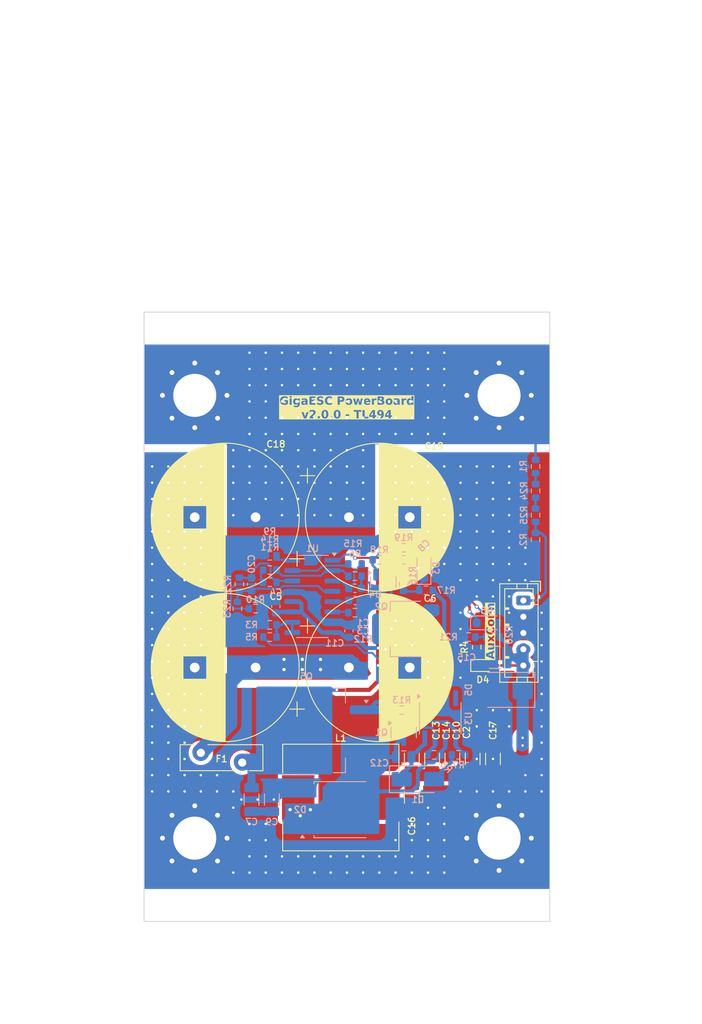
<source format=kicad_pcb>
(kicad_pcb (version 20240108) (generator "pcbnew") (generator_version "8.0")
  (layers (0 "F.Cu" signal) (31 "B.Cu" signal) (34 "B.Paste" user) (35 "F.Paste" user) (36 "B.SilkS" user "B.Silkscreen") (37 "F.SilkS" user "F.Silkscreen") (38 "B.Mask" user) (39 "F.Mask" user) (44 "Edge.Cuts" user))
  (net 0 "")
  (net 1 "+BATT")
  (net 2 "-BATT")
  (net 3 "+12V")
  (net 4 "Net-(C7-Pad2)")
  (net 5 "IN_V")
  (net 6 "Net-(U1-E1)")
  (net 7 "Net-(U1-1IN-)")
  (net 8 "STARTUP")
  (net 9 "Net-(U1-CT)")
  (net 10 "Net-(U1-DTC)")
  (net 11 "Net-(D1-K)")
  (net 12 "Net-(D1-A)")
  (net 13 "Net-(U1-FB)")
  (net 14 "Net-(Q2-G)")
  (net 15 "Net-(Q2-S)")
  (net 16 "Net-(D4-K)")
  (net 17 "Net-(Q1-E)")
  (net 18 "Net-(U1-2IN+)")
  (net 19 "Net-(U1-RT)")
  (net 20 "Net-(Q1-B)")
  (net 21 "Net-(R10-Pad1)")
  (net 22 "Net-(U1-REF)")
  (net 23 "Net-(U1-2IN-)")
  (net 24 "VFB")
  (net 25 "Net-(D3-K)")
  (net 26 "Net-(U4-R)")
  (net 27 "Net-(C1-Pad1)")
  (net 28 "Net-(U3-HIN)")
  (net 30 "Net-(Q1-C)")
  (net 31 "+VSW")
  (net 32 "Net-(R1-Pad2)")
  (net 33 "Net-(R24-Pad2)")
  (footprint "MountingHole:MountingHole_5.3mm_M5_Pad_Via" (layer "F.Cu") (at 93.75 139.75)
    (property "Reference" "H3" (hide yes))
    (property "Value" "MountingHole_Pad")
  )
  (footprint "Capacitor_THT:CP_Radial_D18.0mm_P7.50mm" (layer "F.Cu") (at 63.75 118.75 180)
    (property "Reference" "C5")
    (property "Value" "330u 200V")
  )
  (footprint "Connector_JST:JST_PH_B5B-PH-K_1x05_P2.00mm_Vertical" (layer "F.Cu") (at 96.75 110.5 -90)
    (property "Reference" "J1" (hide yes))
    (property "Value" "AuxConn")
  )
  (footprint "Capacitor_THT:CP_Radial_D18.0mm_P7.50mm" (layer "F.Cu") (at 75.25 118.75)
    (property "Reference" "C6")
    (property "Value" "330u 200V")
  )
  (footprint "Inductor_SMD:L_Chilisin_BMRG00131360" (layer "F.Cu") (at 74.25 134.75)
    (property "Reference" "L1")
    (property "Value" "100uH")
  )
  (footprint "MountingHole:MountingHole_5.3mm_M5_Pad_Via" (layer "F.Cu") (at 56.25 85.25)
    (property "Reference" "H2" (hide yes))
    (property "Value" "MountingHole_Pad")
  )
  (footprint "Capacitor_SMD:C_1206_3216Metric" (layer "F.Cu") (at 85.5 130 90)
    (property "Reference" "C14")
    (property "Value" "22u")
  )
  (footprint "Resistor_SMD:R_0603_1608Metric" (layer "F.Cu") (at 91 116.25 -90)
    (property "Reference" "R4")
    (property "Value" "82k")
  )
  (footprint "Capacitor_SMD:C_1206_3216Metric" (layer "F.Cu") (at 88 130 90)
    (property "Reference" "C10")
    (property "Value" "22u")
  )
  (footprint "Capacitor_SMD:C_1206_3216Metric" (layer "F.Cu") (at 90.5 130 90)
    (property "Reference" "C2")
    (property "Value" "22u")
  )
  (footprint "MountingHole:MountingHole_5.3mm_M5_Pad_Via" (layer "F.Cu") (at 93.75 85.25)
    (property "Reference" "H4" (hide yes))
    (property "Value" "MountingHole_Pad")
  )
  (footprint "Diode_SMD:D_0603_1608Metric" (layer "F.Cu") (at 91.75 118.5)
    (property "Reference" "D4")
    (property "Value" "RUN")
  )
  (footprint "Capacitor_SMD:C_1206_3216Metric" (layer "F.Cu") (at 93 130 90)
    (property "Reference" "C17")
    (property "Value" "22u")
  )
  (footprint "Fuse:Fuse_Bourns_MF-RHT400" (layer "F.Cu") (at 57 129.25)
    (property "Reference" "F1")
    (property "Value" "RLVR240-100")
  )
  (footprint "Capacitor_SMD:C_1206_3216Metric" (layer "F.Cu") (at 83 134.75 -90)
    (property "Reference" "C16")
    (property "Value" "22u")
  )
  (footprint "Capacitor_THT:CP_Radial_D18.0mm_P7.50mm" (layer "F.Cu") (at 75.25 100.25)
    (property "Reference" "C19")
    (property "Value" "330u 200V")
  )
  (footprint "Capacitor_THT:CP_Radial_D18.0mm_P7.50mm" (layer "F.Cu") (at 63.75 100.25 180)
    (property "Reference" "C18")
    (property "Value" "330u 200V")
  )
  (footprint "Capacitor_SMD:C_1206_3216Metric" (layer "F.Cu") (at 83 130 90)
    (property "Reference" "C13")
    (property "Value" "22u")
  )
  (footprint "MountingHole:MountingHole_5.3mm_M5_Pad_Via" (layer "F.Cu") (at 56.25 139.75)
    (property "Reference" "H1" (hide yes))
    (property "Value" "MountingHole_Pad")
  )
  (footprint "Package_TO_SOT_SMD:SOT-23" (layer "B.Cu") (at 79.5 108.25 -90)
    (property "Reference" "U4")
    (property "Value" "TL431")
  )
  (footprint "Resistor_SMD:R_0603_1608Metric" (layer "B.Cu") (at 61.75 108.5 -90)
    (property "Reference" "R22")
    (property "Value" "10k")
  )
  (footprint "Resistor_SMD:R_0603_1608Metric" (layer "B.Cu") (at 65.5 106.75 180)
    (property "Reference" "R14")
    (property "Value" "200k")
  )
  (footprint "Resistor_SMD:R_0603_1608Metric" (layer "B.Cu") (at 79 105.5)
    (property "Reference" "R18")
    (property "Value" "9.1k")
  )
  (footprint "Resistor_SMD:R_0603_1608Metric" (layer "B.Cu") (at 85.75 129.5 180)
    (property "Reference" "R8")
    (property "Value" "1k")
  )
  (footprint "Resistor_SMD:R_0603_1608Metric" (layer "B.Cu") (at 65.5 105)
    (property "Reference" "R9")
    (property "Value" "100")
  )
  (footprint "Resistor_SMD:R_0603_1608Metric" (layer "B.Cu") (at 93 115 180)
    (property "Reference" "R20")
    (property "Value" "100k")
  )
  (footprint "Capacitor_SMD:C_1206_3216Metric" (layer "B.Cu") (at 65.75 135 90)
    (property "Reference" "C9")
    (property "Value" "2.2u 100V")
  )
  (footprint "Resistor_SMD:R_0603_1608Metric" (layer "B.Cu") (at 84.75 109.25 180)
    (property "Reference" "R17")
    (property "Value" "47")
  )
  (footprint "Resistor_SMD:R_0603_1608Metric" (layer "B.Cu") (at 76 106 180)
    (property "Reference" "R15")
    (property "Value" "10k")
  )
  (footprint "Capacitor_SMD:C_1206_3216Metric" (layer "B.Cu") (at 63.25 135 -90)
    (property "Reference" "C7")
    (property "Value" "2.2u 100V")
  )
  (footprint "Package_SO:SOIC-8_3.9x4.9mm_P1.27mm" (layer "B.Cu") (at 86.5 125 -90)
    (property "Reference" "U3")
    (property "Value" "IR2181")
  )
  (footprint "Resistor_SMD:R_0603_1608Metric" (layer "B.Cu") (at 63.75 111.5)
    (property "Reference" "R10")
    (property "Value" "5.1k")
  )
  (footprint "Resistor_SMD:R_0603_1608Metric" (layer "B.Cu") (at 76 107.5)
    (property "Reference" "R6")
    (property "Value" "2k")
  )
  (footprint "Diode_SMD:D_SOD-323_HandSoldering" (layer "B.Cu") (at 84.5 106.5 90)
    (property "Reference" "D3")
    (property "Value" "BZT52C5V1S")
  )
  (footprint "Resistor_SMD:R_0603_1608Metric" (layer "B.Cu") (at 65.5 108.25 180)
    (property "Reference" "R11")
    (property "Value" "5.1k")
  )
  (footprint "Capacitor_SMD:C_0603_1608Metric" (layer "B.Cu") (at 63.25 108.5 -90)
    (property "Reference" "C20")
    (property "Value" "100n")
  )
  (footprint "Diode_SMD:D_SOD-323_HandSoldering" (layer "B.Cu") (at 92.25 113.25)
    (property "Reference" "D6")
    (property "Value" "1N5819WS")
  )
  (footprint "Resistor_SMD:R_0603_1608Metric" (layer "B.Cu") (at 81.75 124)
    (property "Reference" "R13")
    (property "Value" "22")
  )
  (footprint "Capacitor_SMD:C_0603_1608Metric" (layer "B.Cu") (at 76 110.5)
    (property "Reference" "C3")
    (property "Value" "1n")
  )
  (footprint "Resistor_SMD:R_0603_1608Metric" (layer "B.Cu") (at 98.25 94 -90)
    (property "Reference" "R1")
    (property "Value" "348k")
  )
  (footprint "Resistor_SMD:R_0603_1608Metric" (layer "B.Cu") (at 98.25 103 -90)
    (property "Reference" "R2")
    (property "Value" "18.7k")
  )
  (footprint "Resistor_SMD:R_0603_1608Metric" (layer "B.Cu") (at 76 112)
    (property "Reference" "R12")
    (property "Value" "5.1k")
  )
  (footprint "Resistor_SMD:R_0603_1608Metric" (layer "B.Cu") (at 61.5 111.5 -90)
    (property "Reference" "R23")
    (property "Value" "4.7k")
  )
  (footprint "Capacitor_SMD:C_1210_3225Metric" (layer "B.Cu") (at 93.25 117.5 180)
    (property "Reference" "C15")
    (property "Value" "47u 16V")
  )
  (footprint "Resistor_SMD:R_0603_1608Metric" (layer "B.Cu") (at 65.5 115)
    (property "Reference" "R5")
    (property "Value" "100")
  )
  (footprint "Diode_SMD:D_SMA" (layer "B.Cu") (at 83.75 132.5)
    (property "Reference" "D1")
    (property "Value" "SS520F")
  )
  (footprint "Package_TO_SOT_SMD:SOT-23" (layer "B.Cu") (at 82 126.75 -90)
    (property "Reference" "Q1")
    (property "Value" "MMBTA92")
  )
  (footprint "Resistor_SMD:R_0603_1608Metric" (layer "B.Cu") (at 90 115 180)
    (property "Reference" "R21")
    (property "Value" "27k")
  )
  (footprint "Resistor_SMD:R_0603_1608Metric" (layer "B.Cu") (at 82 108.5 90)
    (property "Reference" "R16")
    (property "Value" "10k")
  )
  (footprint "Capacitor_SMD:C_0603_1608Metric" (layer "B.Cu") (at 66.25 111.25 90)
    (property "Reference" "C4")
    (property "Value" "100n")
  )
  (footprint "Package_TO_SOT_SMD:SOT-223-3_TabPin2" (layer "B.Cu") (at 82.25 114 180)
    (property "Reference" "Q2")
    (property "Value" "CPC3980")
  )
  (footprint "Resistor_SMD:R_0603_1608Metric" (layer "B.Cu") (at 88.75 129.5 180)
    (property "Reference" "R7")
    (property "Value" "22")
  )
  (footprint "Resistor_SMD:R_0603_1608Metric" (layer "B.Cu") (at 82 104)
    (property "Reference" "R19")
    (property "Value" "30k")
  )
  (footprint "Diode_SMD:D_SMB" (layer "B.Cu") (at 94.5 121.5 180)
    (property "Reference" "D5")
    (property "Value" "3SMB5928B")
  )
  (footprint "Package_TO_SOT_SMD:TO-263-2" (layer "B.Cu") (at 70 126.5 180)
    (property "Reference" "Q5")
    (property "Value" "IRFS4227TRLPBF")
  )
  (footprint "Capacitor_SMD:C_0805_2012Metric" (layer "B.Cu") (at 82 129.75 180)
    (property "Reference" "C12")
    (property "Value" "100n 200V")
  )
  (footprint "Resistor_SMD:R_0603_1608Metric" (layer "B.Cu") (at 98.25 97 -90)
    (property "Reference" "R24")
    (property "Value" "348k")
  )
  (footprint "Package_SO:SOIC-16_3.9x9.9mm_P1.27mm" (layer "B.Cu") (at 70.75 110 180)
    (property "Reference" "U1")
    (property "Value" "TL494")
  )
  (footprint "Package_TO_SOT_SMD:TO-252-2" (layer "B.Cu") (at 74.25 136.25)
    (property "Reference" "D2")
    (property "Value" "CI04S65E3")
  )
  (footprint "Resistor_SMD:R_0603_1608Metric" (layer "B.Cu") (at 65.5 113.5 180)
    (property "Reference" "R3")
    (property "Value" "10k")
  )
  (footprint "Capacitor_SMD:C_0603_1608Metric" (layer "B.Cu") (at 76 109 180)
    (property "Reference" "C1")
    (property "Value" "100n")
  )
  (footprint "Resistor_SMD:R_0603_1608Metric" (layer "B.Cu") (at 98.25 100 -90)
    (property "Reference" "R25")
    (property "Value" "348k")
  )
  (footprint "Capacitor_SMD:C_0603_1608Metric" (layer "B.Cu") (at 82 105.5 180)
    (property "Reference" "C8")
    (property "Value" "1n")
  )
  (footprint "Capacitor_SMD:C_0603_1608Metric" (layer "B.Cu") (at 75.25 114.25 90)
    (property "Reference" "C11")
    (property "Value" "1u")
  )
  (gr_rect (start 50 75) (end 100 150) (stroke (width 0.1)) (fill none) (layer "Edge.Cuts"))
  (gr_text "GigaESC PowerBoard\nv2.0.0 - TL494" (at 75 88.25 0) (layer "F.SilkS" knockout) (effects (font (size 1 1) (thickness 0.2) (bold yes)) (justify bottom)))
  (segment (start 91 88.5) (end 92.325 89.825) (width 0.3) (layer "F.Cu") (net 1))
  (via (at 83 80) (size 0.5) (drill 0.3) (layers "F.Cu" "B.Cu") (net 1))
  (via (at 77 84) (size 0.5) (drill 0.3) (layers "F.Cu" "B.Cu") (net 1))
  (via (at 67 100) (size 0.5) (drill 0.3) (layers "F.Cu" "B.Cu") (net 1))
  (via (at 85 88) (size 0.5) (drill 0.3) (layers "F.Cu" "B.Cu") (net 1))
  (via (at 73 84) (size 0.5) (drill 0.3) (layers "F.Cu" "B.Cu") (net 1))
  (via (at 69 94) (size 0.5) (drill 0.3) (layers "F.Cu" "B.Cu") (net 1))
  (via (at 69 98) (size 0.5) (drill 0.3) (layers "F.Cu" "B.Cu") (net 1))
  (via (at 67.25 119) (size 0.8) (drill 0.4) (layers "F.Cu" "B.Cu") (net 1))
  (via (at 73 92) (size 0.5) (drill 0.3) (layers "F.Cu" "B.Cu") (net 1))
  (via (at 67 90) (size 0.5) (drill 0.3) (layers "F.Cu" "B.Cu") (net 1))
  (via (at 65 88) (size 0.5) (drill 0.3) (layers "F.Cu" "B.Cu") (net 1))
  (via (at 73 94) (size 0.5) (drill 0.3) (layers "F.Cu" "B.Cu") (net 1))
  (via (at 87 86) (size 0.5) (drill 0.3) (layers "F.Cu" "B.Cu") (net 1))
  (via (at 69 82) (size 0.5) (drill 0.3) (layers "F.Cu" "B.Cu") (net 1))
  (via (at 71 84) (size 0.5) (drill 0.3) (layers "F.Cu" "B.Cu") (net 1))
  (via (at 73 98) (size 0.5) (drill 0.3) (layers "F.Cu" "B.Cu") (net 1))
  (via (at 81 84) (size 0.5) (drill 0.3) (layers "F.Cu" "B.Cu") (net 1))
  (via (at 85 84) (size 0.5) (drill 0.3) (layers "F.Cu" "B.Cu") (net 1))
  (via (at 83 88) (size 0.5) (drill 0.3) (layers "F.Cu" "B.Cu") (net 1))
  (via (at 77 92) (size 0.5) (drill 0.3) (layers "F.Cu" "B.Cu") (net 1))
  (via (at 67 94) (size 0.5) (drill 0.3) (layers "F.Cu" "B.Cu") (net 1))
  (via (at 69 86) (size 0.5) (drill 0.3) (layers "F.Cu" "B.Cu") (net 1))
  (via (at 73 100) (size 0.5) (drill 0.3) (layers "F.Cu" "B.Cu") (net 1))
  (via (at 79 86) (size 0.5) (drill 0.3) (layers "F.Cu" "B.Cu") (net 1))
  (via (at 75 94) (size 0.5) (drill 0.3) (layers "F.Cu" "B.Cu") (net 1))
  (via (at 67 92) (size 0.5) (drill 0.3) (layers "F.Cu" "B.Cu") (net 1))
  (via (at 77 88) (size 0.5) (drill 0.3) (layers "F.Cu" "B.Cu") (net 1))
  (via (at 77 82) (size 0.5) (drill 0.3) (layers "F.Cu" "B.Cu") (net 1))
  (via (at 75 80) (size 0.5) (drill 0.3) (layers "F.Cu" "B.Cu") (net 1))
  (via (at 71 92) (size 0.5) (drill 0.3) (layers "F.Cu" "B.Cu") (net 1))
  (via (at 65 90) (size 0.5) (drill 0.3) (layers "F.Cu" "B.Cu") (net 1))
  (via (at 81 86) (size 0.5) (drill 0.3) (layers "F.Cu" "B.Cu") (net 1))
  (via (at 69 84) (size 0.5) (drill 0.3) (layers "F.Cu" "B.Cu") (net 1))
  (via (at 85 86) (size 0.5) (drill 0.3) (layers "F.Cu" "B.Cu") (net 1))
  (via (at 71.75 117.75) (size 0.8) (drill 0.4) (layers "F.Cu" "B.Cu") (net 1))
  (via (at 73 82) (size 0.5) (drill 0.3) (layers "F.Cu" "B.Cu") (net 1))
  (via (at 67.25 117.75) (size 0.8) (drill 0.4) (layers "F.Cu" "B.Cu") (net 1))
  (via (at 67 96) (size 0.5) (drill 0.3) (layers "F.Cu" "B.Cu") (net 1))
  (via (at 79 88) (size 0.5) (drill 0.3) (layers "F.Cu" "B.Cu") (net 1))
  (via (at 77 90) (size 0.5) (drill 0.3) (layers "F.Cu" "B.Cu") (net 1))
  (via (at 71 94) (size 0.5) (drill 0.3) (layers "F.Cu" "B.Cu") (net 1))
  (via (at 61 100) (size 0.5) (drill 0.3) (layers "F.Cu" "B.Cu") (net 1))
  (via (at 67 86) (size 0.5) (drill 0.3) (layers "F.Cu" "B.Cu") (net 1))
  (via (at 69 80) (size 0.5) (drill 0.3) (layers "F.Cu" "B.Cu") (net 1))
  (via (at 73 86) (size 0.5) (drill 0.3) (layers "F.Cu" "B.Cu") (net 1))
  (via (at 87 82) (size 0.5) (drill 0.3) (layers "F.Cu" "B.Cu") (net 1))
  (via (at 71 96) (size 0.5) (drill 0.3) (layers "F.Cu" "B.Cu") (net 1))
  (via (at 65 80) (size 0.5) (drill 0.3) (layers "F.Cu" "B.Cu") (net 1))
  (via (at 61 96) (size 0.5) (drill 0.3) (layers "F.Cu" "B.Cu") (net 1))
  (via (at 83 86) (size 0.5) (drill 0.3) (layers "F.Cu" "B.Cu") (net 1))
  (via (at 61 94) (size 0.5) (drill 0.3) (layers "F.Cu" "B.Cu") (net 1))
  (via (at 67 80) (size 0.5) (drill 0.3) (layers "F.Cu" "B.Cu") (net 1))
  (via (at 79 82) (size 0.5) (drill 0.3) (layers "F.Cu" "B.Cu") (net 1))
  (via (at 77 100) (size 0.5) (drill 0.3) (layers "F.Cu" "B.Cu") (net 1))
  (via (at 73 96) (size 0.5) (drill 0.3) (layers "F.Cu" "B.Cu") (net 1))
  (via (at 71 86) (size 0.5) (drill 0.3) (layers "F.Cu" "B.Cu") (net 1))
  (via (at 65 92) (size 0.5) (drill 0.3) (layers "F.Cu" "B.Cu") (net 1))
  (via (at 69 90) (size 0.5) (drill 0.3) (layers "F.Cu" "B.Cu") (net 1))
  (via (at 69 92) (size 0.5) (drill 0.3) (layers "F.Cu" "B.Cu") (net 1))
  (via (at 73 90) (size 0.5) (drill 0.3) (layers "F.Cu" "B.Cu") (net 1))
  (via (at 87 88) (size 0.5) (drill 0.3) (layers "F.Cu" "B.Cu") (net 1))
  (via (at 69.5 117.75) (size 0.8) (drill 0.4) (layers "F.Cu" "B.Cu") (net 1))
  (via (at 83 84) (size 0.5) (drill 0.3) (layers "F.Cu" "B.Cu") (net 1))
  (via (at 65 96) (size 0.5) (drill 0.3) (layers "F.Cu" "B.Cu") (net 1))
  (via (at 85 82) (size 0.5) (drill 0.3) (layers "F.Cu" "B.Cu") (net 1))
  (via (at 63 92) (size 0.5) (drill 0.3) (layers "F.Cu" "B.Cu") (net 1))
  (via (at 83 90) (size 0.5) (drill 0.3) (layers "F.Cu" "B.Cu") (net 1))
  (via (at 83 82) (size 0.5) (drill 0.3) (layers "F.Cu" "B.Cu") (net 1))
  (via (at 61 98) (size 0.5) (drill 0.3) (layers "F.Cu" "B.Cu") (net 1))
  (via (at 65 86) (size 0.5) (drill 0.3) (layers "F.Cu" "B.Cu") (net 1))
  (via (at 81 80) (size 0.5) (drill 0.3) (layers "F.Cu" "B.Cu") (net 1))
  (via (at 73 80) (size 0.5) (drill 0.3) (layers "F.Cu" "B.Cu") (net 1))
  (via (at 75 82) (size 0.5) (drill 0.3) (layers "F.Cu" "B.Cu") (net 1))
  (via (at 67 82) (size 0.5) (drill 0.3) (layers "F.Cu" "B.Cu") (net 1))
  (via (at 77 96) (size 0.5) (drill 0.3) (layers "F.Cu" "B.Cu") (net 1))
  (via (at 69 88) (size 0.5) (drill 0.3) (layers "F.Cu" "B.Cu") (net 1))
  (via (at 75 86) (size 0.5) (drill 0.3) (layers "F.Cu" "B.Cu") (net 1))
  (via (at 63 94) (size 0.5) (drill 0.3) (layers "F.Cu" "B.Cu") (net 1))
  (via (at 69.5 119) (size 0.8) (drill 0.4) (layers "F.Cu" "B.Cu") (net 1))
  (via (at 87 80) (size 0.5) (drill 0.3) (layers "F.Cu" "B.Cu") (net 1))
  (via (at 61 92) (size 0.5) (drill 0.3) (layers "F.Cu" "B.Cu") (net 1))
  (via (at 79 84) (size 0.5) (drill 0.3) (layers "F.Cu" "B.Cu") (net 1))
  (via (at 75 96) (size 0.5) (drill 0.3) (layers "F.Cu" "B.Cu") (net 1))
  (via (at 65 82) (size 0.5) (drill 0.3) (layers "F.Cu" "B.Cu") (net 1))
  (via (at 71 88) (size 0.5) (drill 0.3) (layers "F.Cu" "B.Cu") (net 1))
  (via (at 85 90) (size 0.5) (drill 0.3) (layers "F.Cu" "B.Cu") (net 1))
  (via (at 87 84) (size 0.5) (drill 0.3) (layers "F.Cu" "B.Cu") (net 1))
  (via (at 77 80) (size 0.5) (drill 0.3) (layers "F.Cu" "B.Cu") (net 1))
  (via (at 67 88) (size 0.5) (drill 0.3) (layers "F.Cu" "B.Cu") (net 1))
  (via (at 79 80) (size 0.5) (drill 0.3) (layers "F.Cu" "B.Cu") (net 1))
  (via (at 71 100) (size 0.5) (drill 0.3) (layers "F.Cu" "B.Cu") (net 1))
  (via (at 75 92) (size 0.5) (drill 0.3) (layers "F.Cu" "B.Cu") (net 1))
  (via (at 63 96) (size 0.5) (drill 0.3) (layers "F.Cu" "B.Cu") (net 1))
  (via (at 77 98) (size 0.5) (drill 0.3) (layers "F.Cu" "B.Cu") (net 1))
  (via (at 63 80) (size 0.5) (drill 0.3) (layers "F.Cu" "B.Cu") (net 1))
  (via (at 75 98) (size 0.5) (drill 0.3) (layers "F.Cu" "B.Cu") (net 1))
  (via (at 71.75 119) (size 0.8) (drill 0.4) (layers "F.Cu" "B.Cu") (net 1))
  (via (at 65 94) (size 0.5) (drill 0.3) (layers "F.Cu" "B.Cu") (net 1))
  (via (at 67 98) (size 0.5) (drill 0.3) (layers "F.Cu" "B.Cu") (net 1))
  (via (at 63 86) (size 0.5) (drill 0.3) (layers "F.Cu" "B.Cu") (net 1))
  (via (at 67 84) (size 0.5) (drill 0.3) (layers "F.Cu" "B.Cu") (net 1))
  (via (at 71 90) (size 0.5) (drill 0.3) (layers "F.Cu" "B.Cu") (net 1))
  (via (at 63 82) (size 0.5) (drill 0.3) (layers "F.Cu" "B.Cu") (net 1))
  (via (at 75 90) (size 0.5) (drill 0.3) (layers "F.Cu" "B.Cu") (net 1))
  (via (at 71 98) (size 0.5) (drill 0.3) (layers "F.Cu" "B.Cu") (net 1))
  (via (at 85 80) (size 0.5) (drill 0.3) (layers "F.Cu" "B.Cu") (net 1))
  (via (at 65 98) (size 0.5) (drill 0.3) (layers "F.Cu" "B.Cu") (net 1))
  (via (at 71 80) (size 0.5) (drill 0.3) (layers "F.Cu" "B.Cu") (net 1))
  (via (at 63 98) (size 0.5) (drill 0.3) (layers "F.Cu" "B.Cu") (net 1))
  (via (at 79 90) (size 0.5) (drill 0.3) (layers "F.Cu" "B.Cu") (net 1))
  (via (at 81 88) (size 0.5) (drill 0.3) (layers "F.Cu" "B.Cu") (net 1))
  (via (at 77 94) (size 0.5) (drill 0.3) (layers "F.Cu" "B.Cu") (net 1))
  (via (at 69 96) (size 0.5) (drill 0.3) (layers "F.Cu" "B.Cu") (net 1))
  (via (at 75 88) (size 0.5) (drill 0.3) (layers "F.Cu" "B.Cu") (net 1))
  (via (at 81 82) (size 0.5) (drill 0.3) (layers "F.Cu" "B.Cu") (net 1))
  (via (at 71 82) (size 0.5) (drill 0.3) (layers "F.Cu" "B.Cu") (net 1))
  (via (at 87 90) (size 0.5) (drill 0.3) (layers "F.Cu" "B.Cu") (net 1))
  (via (at 77 86) (size 0.5) (drill 0.3) (layers "F.Cu" "B.Cu") (net 1))
  (via (at 73 88) (size 0.5) (drill 0.3) (layers "F.Cu" "B.Cu") (net 1))
  (via (at 65 84) (size 0.5) (drill 0.3) (layers "F.Cu" "B.Cu") (net 1))
  (via (at 81 90) (size 0.5) (drill 0.3) (layers "F.Cu" "B.Cu") (net 1))
  (via (at 63 90) (size 0.5) (drill 0.3) (layers "F.Cu" "B.Cu") (net 1))
  (via (at 69 100) (size 0.5) (drill 0.3) (layers "F.Cu" "B.Cu") (net 1))
  (via (at 75 84) (size 0.5) (drill 0.3) (layers "F.Cu" "B.Cu") (net 1))
  (via (at 63 84) (size 0.5) (drill 0.3) (layers "F.Cu" "B.Cu") (net 1))
  (via (at 63 88) (size 0.5) (drill 0.3) (layers "F.Cu" "B.Cu") (net 1))
  (segment (start 60.5 125.6) (end 60.5 120.5) (width 2) (layer "B.Cu") (net 1))
  (segment (start 98.25 89.75) (end 93.75 85.25) (width 0.3) (layer "B.Cu") (net 1))
  (segment (start 98.25 93.175) (end 98.25 89.75) (width 0.3) (layer "B.Cu") (net 1))
  (segment (start 60.5 120.5) (end 62.25 118.75) (width 2) (layer "B.Cu") (net 1))
  (segment (start 56.95 129.15) (end 60.5 125.6) (width 2) (layer "B.Cu") (net 1))
  (segment (start 62.25 118.75) (end 63.75 118.75) (width 2) (layer "B.Cu") (net 1))
  (via (at 89 94) (size 0.5) (drill 0.3) (layers "F.Cu" "B.Cu") (net 2))
  (via (at 95 98) (size 0.5) (drill 0.3) (layers "F.Cu" "B.Cu") (net 2))
  (via (at 89 96) (size 0.5) (drill 0.3) (layers "F.Cu" "B.Cu") (net 2))
  (via (at 67 144) (size 0.5) (drill 0.3) (layers "F.Cu" "B.Cu") (net 2))
  (via (at 83 140) (size 0.5) (drill 0.3) (layers "F.Cu" "B.Cu") (net 2))
  (via (at 62 135) (size 0.5) (drill 0.3) (layers "F.Cu" "B.Cu") (net 2))
  (via (at 73 144) (size 0.5) (drill 0.3) (layers "F.Cu" "B.Cu") (net 2))
  (via (at 93 108) (size 0.5) (drill 0.3) (layers "F.Cu" "B.Cu") (net 2))
  (via (at 53 128) (size 0.5) (drill 0.3) (layers "F.Cu" "B.Cu") (net 2))
  (via (at 99 128) (size 0.5) (drill 0.3) (layers "F.Cu" "B.Cu") (net 2))
  (via (at 55 112) (size 0.5) (drill 0.3) (layers "F.Cu" "B.Cu") (net 2))
  (via (at 53 98) (size 0.5) (drill 0.3) (layers "F.Cu" "B.Cu") (net 2))
  (via (at 93 98) (size 0.5) (drill 0.3) (layers "F.Cu" "B.Cu") (net 2))
  (via (at 89 112) (size 0.5) (drill 0.3) (layers "F.Cu" "B.Cu") (net 2))
  (via (at 99 112) (size 0.5) (drill 0.3) (layers "F.Cu" "B.Cu") (net 2))
  (via (at 51 106) (size 0.5) (drill 0.3) (layers "F.Cu" "B.Cu") (net 2))
  (via (at 97 134) (size 0.5) (drill 0.3) (layers "F.Cu" "B.Cu") (net 2))
  (via (at 57 110) (size 0.5) (drill 0.3) (layers "F.Cu" "B.Cu") (net 2))
  (via (at 85 138) (size 0.5) (drill 0.3) (layers "F.Cu" "B.Cu") (net 2))
  (via (at 81 100) (size 0.5) (drill 0.3) (layers "F.Cu" "B.Cu") (net 2))
  (via (at 65 142) (size 0.5) (drill 0.3) (layers "F.Cu" "B.Cu") (net 2))
  (via (at 61 134) (size 0.5) (drill 0.3) (layers "F.Cu" "B.Cu") (net 2))
  (via (at 79 144) (size 0.5) (drill 0.3) (layers "F.Cu" "B.Cu") (net 2))
  (via (at 53 102) (size 0.5) (drill 0.3) (layers "F.Cu" "B.Cu") (net 2))
  (via (at 81 102) (size 0.5) (drill 0.3) (layers "F.Cu" "B.Cu") (net 2))
  (via (at 91 102) (size 0.5) (drill 0.3) (layers "F.Cu" "B.Cu") (net 2))
  (via (at 59 134) (size 0.5) (drill 0.3) (layers "F.Cu" "B.Cu") (net 2))
  (via (at 51 118) (size 0.5) (drill 0.3) (layers "F.Cu" "B.Cu") (net 2))
  (via (at 53 114) (size 0.5) (drill 0.3) (layers "F.Cu" "B.Cu") (net 2))
  (via (at 91 134) (size 0.5) (drill 0.3) (layers "F.Cu" "B.Cu") (net 2))
  (via (at 89 104) (size 0.5) (drill 0.3) (layers "F.Cu" "B.Cu") (net 2))
  (via (at 89 120) (size 0.5) (drill 0.3) (layers "F.Cu" "B.Cu") (net 2))
  (via (at 83 94) (size 0.5) (drill 0.3) (layers "F.Cu" "B.Cu") (net 2))
  (via (at 83 113) (size 0.5) (drill 0.3) (layers "F.Cu" "B.Cu") (net 2))
  (via (at 53 104) (size 0.5) (drill 0.3) (layers "F.Cu" "B.Cu") (net 2))
  (via (at 51 128) (size 0.5) (drill 0.3) (layers "F.Cu" "B.Cu") (net 2))
  (via (at 93 110) (size 0.5) (drill 0.3) (layers "F.Cu" "B.Cu") (net 2))
  (via (at 83 138) (size 0.5) (drill 0.3) (layers "F.Cu" "B.Cu") (net 2))
  (via (at 51 100) (size 0.5) (drill 0.3) (layers "F.Cu" "B.Cu") (net 2))
  (via (at 97 106) (size 0.5) (drill 0.3) (layers "F.Cu" "B.Cu") (net 2))
  (via (at 53 94) (size 0.5) (drill 0.3) (layers "F.Cu" "B.Cu") (net 2))
  (via (at 55 98) (size 0.5) (drill 0.3) (layers "F.Cu" "B.Cu") (net 2))
  (via (at 53 108) (size 0.5) (drill 0.3) (layers "F.Cu" "B.Cu") (net 2))
  (via (at 87 120) (size 0.5) (drill 0.3) (layers "F.Cu" "B.Cu") (net 2))
  (via (at 85 142) (size 0.5) (drill 0.3) (layers "F.Cu" "B.Cu") (net 2))
  (via (at 57 124) (size 0.5) (drill 0.3) (layers "F.Cu" "B.Cu") (net 2))
  (via (at 53 120) (size 0.5) (drill 0.3) (layers "F.Cu" "B.Cu") (net 2))
  (via (at 57 122) (size 0.5) (drill 0.3) (layers "F.Cu" "B.Cu") (net 2))
  (via (at 51 132) (size 0.5) (drill 0.3) (layers "F.Cu" "B.Cu") (net 2))
  (via (at 51 134) (size 0.5) (drill 0.3) (layers "F.Cu" "B.Cu") (net 2))
  (via (at 53 96) (size 0.5) (drill 0.3) (layers "F.Cu" "B.Cu") (net 2))
  (via (at 55 102) (size 0.5) (drill 0.3) (layers "F.Cu" "B.Cu") (net 2))
  (via (at 91 96) (size 0.5) (drill 0.3) (layers "F.Cu" "B.Cu") (net 2))
  (via (at 53 130) (size 0.5) (drill 0.3) (layers "F.Cu" "B.Cu") (net 2))
  (via (at 51 112) (size 0.5) (drill 0.3) (layers "F.Cu" "B.Cu") (net 2))
  (via (at 85 120) (size 0.5) (drill 0.3) (layers "F.Cu" "B.Cu") (net 2))
  (via (at 87 102) (size 0.5) (drill 0.3) (layers "F.Cu" "B.Cu") (net 2))
  (via (at 89 118) (size 0.5) (drill 0.3) (layers "F.Cu" "B.Cu") (net 2))
  (via (at 55 116) (size 0.5) (drill 0.3) (layers "F.Cu" "B.Cu") (net 2))
  (via (at 57 104) (size 0.5) (drill 0.3) (layers "F.Cu" "B.Cu") (net 2))
  (via (at 97 108) (size 0.5) (drill 0.3) (layers "F.Cu" "B.Cu") (net 2))
  (via (at 63 144) (size 0.5) (drill 0.3) (layers "F.Cu" "B.Cu") (net 2))
  (via (at 89 98) (size 0.5) (drill 0.3) (layers "F.Cu" "B.Cu") (net 2))
  (via (at 85 136) (size 0.5) (drill 0.3) (layers "F.Cu" "B.Cu") (net 2))
  (via (at 87 142) (size 0.5) (drill 0.3) (layers "F.Cu" "B.Cu") (net 2))
  (via (at 95 96) (size 0.5) (drill 0.3) (layers "F.Cu" "B.Cu") (net 2))
  (via (at 55 96) (size 0.5) (drill 0.3) (layers "F.Cu" "B.Cu") (net 2))
  (via (at 85 94) (size 0.5) (drill 0.3) (layers "F.Cu" "B.Cu") (net 2))
  (via (at 91 98) (size 0.5) (drill 0.3) (layers "F.Cu" "B.Cu") (net 2))
  (via (at 87 104) (size 0.5) (drill 0.3) (layers "F.Cu" "B.Cu") (net 2))
  (via (at 65 138) (size 0.5) (drill 0.3) (layers "F.Cu" "B.Cu") (net 2))
  (via (at 57 114) (size 0.5) (drill 0.3) (layers "F.Cu" "B.Cu") (net 2))
  (via (at 93 112) (size 0.5) (drill 0.3) (layers "F.Cu" "B.Cu") (net 2))
  (via (at 99 122) (size 0.5) (drill 0.3) (layers "F.Cu" "B.Cu") (net 2))
  (via (at 55 134) (size 0.5) (drill 0.3) (layers "F.Cu" "B.Cu") (net 2))
  (via (at 53 106) (size 0.5) (drill 0.3) (layers "F.Cu" "B.Cu") (net 2))
  (via (at 83 98) (size 0.5) (drill 0.3) (layers "F.Cu" "B.Cu") (net 2))
  (via (at 95 114) (size 0.5) (drill 0.3) (layers "F.Cu" "B.Cu") (net 2))
  (via (at 89 116) (size 0.5) (drill 0.3) (layers "F.Cu" "B.Cu") (net 2))
  (via (at 55 108) (size 0.5) (drill 0.3) (layers "F.Cu" "B.Cu") (net 2))
  (via (at 73 142) (size 0.5) (drill 0.3) (layers "F.Cu" "B.Cu") (net 2))
  (via (at 63 142) (size 0.5) (drill 0.3) (layers "F.Cu" "B.Cu") (net 2))
  (via (at 57 112) (size 0.5) (drill 0.3) (layers "F.Cu" "B.Cu") (net 2))
  (via (at 57 106) (size 0.5) (drill 0.3) (layers "F.Cu" "B.Cu") (net 2))
  (via (at 53 132) (size 0.5) (drill 0.3) (layers "F.Cu" "B.Cu") (net 2))
  (via (at 99 132) (size 0.5) (drill 0.3) (layers "F.Cu" "B.Cu") (net 2))
  (via (at 69 144) (size 0.5) (drill 0.3) (layers "F.Cu" "B.Cu") (net 2))
  (via (at 95 110) (size 0.5) (drill 0.3) (layers "F.Cu" "B.Cu") (net 2))
  (via (at 79 142) (size 0.5) (drill 0.3) (layers "F.Cu" "B.Cu") (net 2))
  (via (at 95 94) (size 0.5) (drill 0.3) (layers "F.Cu" "B.Cu") (net 2))
  (via (at 55 132) (size 0.5) (drill 0.3) (layers "F.Cu" "B.Cu") (net 2))
  (via (at 51 130) (size 0.5) (drill 0.3) (layers "F.Cu" "B.Cu") (net 2))
  (via (at 99 130) (size 0.5) (drill 0.3) (layers "F.Cu" "B.Cu") (net 2))
  (via (at 87 138) (size 0.5) (drill 0.3) (layers "F.Cu" "B.Cu") (net 2))
  (via (at 77 144) (size 0.5) (drill 0.3) (layers "F.Cu" "B.Cu") (net 2))
  (via (at 59 132) (size 0.5) (drill 0.3) (layers "F.Cu" "B.Cu") (net 2))
  (via (at 81 98) (size 0.5) (drill 0.3) (layers "F.Cu" "B.Cu") (net 2))
  (via (at 55 110) (size 0.5) (drill 0.3) (layers "F.Cu" "B.Cu") (net 2))
  (via (at 55 128) (size 0.5) (drill 0.3) (layers "F.Cu" "B.Cu") (net 2))
  (via (at 99 126) (size 0.5) (drill 0.3) (layers "F.Cu" "B.Cu") (net 2))
  (via (at 97 104) (size 0.5) (drill 0.3) (layers "F.Cu" "B.Cu") (net 2))
  (via (at 53 126) (size 0.5) (drill 0.3) (layers "F.Cu" "B.Cu") (net 2))
  (via (at 55 104) (size 0.5) (drill 0.3) (layers "F.Cu" "B.Cu") (net 2))
  (via (at 83 144) (size 0.5) (drill 0.3) (layers "F.Cu" "B.Cu") (net 2))
  (via (at 55 124) (size 0.5) (drill 0.3) (layers "F.Cu" "B.Cu") (net 2))
  (via (at 75 142) (size 0.5) (drill 0.3) (layers "F.Cu" "B.Cu") (net 2))
  (via (at 93 124) (size 0.5) (drill 0.3) (layers "F.Cu" "B.Cu") (net 2))
  (via (at 99 116) (size 0.5) (drill 0.3) (layers "F.Cu" "B.Cu") (net 2))
  (via (at 51 126) (size 0.5) (drill 0.3) (layers "F.Cu" "B.Cu") (net 2))
  (via (at 93 130) (size 0.5) (drill 0.3) (layers "F.Cu" "B.Cu") (net 2))
  (via (at 57 126) (size 0.5) (drill 0.3) (layers "F.Cu" "B.Cu") (net 2))
  (via (at 99 134) (size 0.5) (drill 0.3) (layers "F.Cu" "B.Cu") (net 2))
  (via (at 95 102) (size 0.5) (drill 0.3) (layers "F.Cu" "B.Cu") (net 2))
  (via (at 51 94) (size 0.5) (drill 0.3) (layers "F.Cu" "B.Cu") (net 2))
  (via (at 91 94) (size 0.5) (drill 0.3) (layers "F.Cu" "B.Cu") (net 2))
  (via (at 91 126) (size 0.5) (drill 0.3) (layers "F.Cu" "B.Cu") (net 2))
  (via (at 77 142) (size 0.5) (drill 0.3) (layers "F.Cu" "B.Cu") (net 2))
  (via (at 63 138) (size 0.5) (drill 0.3) (layers "F.Cu" "B.Cu") (net 2))
  (via (at 57 96) (size 0.5) (drill 0.3) (layers "F.Cu" "B.Cu") (net 2))
  (via (at 91 100) (size 0.5) (drill 0.3) (layers "F.Cu" "B.Cu") (net 2))
  (via (at 57 108) (size 0.5) (drill 0.3) (layers "F.Cu" "B.Cu") (net 2))
  (via (at 99 124) (size 0.5) (drill 0.3) (layers "F.Cu" "B.Cu") (net 2))
  (via (at 91 130) (size 0.5) (drill 0.3) (layers "F.Cu" "B.Cu") (net 2))
  (via (at 99 120) (size 0.5) (drill 0.3) (layers "F.Cu" "B.Cu") (net 2))
  (via (at 51 108) (size 0.5) (drill 0.3) (layers "F.Cu" "B.Cu") (net 2))
  (via (at 51 124) (size 0.5) (drill 0.3) (layers "F.Cu" "B.Cu") (net 2))
  (via (at 71 142) (size 0.5) (drill 0.3) (layers "F.Cu" "B.Cu") (net 2))
  (via (at 95 100) (size 0.5) (drill 0.3) (layers "F.Cu" "B.Cu") (net 2))
  (via (at 53 122) (size 0.5) (drill 0.3) (layers "F.Cu" "B.Cu") (net 2))
  (via (at 85 102) (size 0.5) (drill 0.3) (layers "F.Cu" "B.Cu") (net 2))
  (via (at 87 136) (size 0.5) (drill 0.3) (layers "F.Cu" "B.Cu") (net 2))
  (via (at 91 108) (size 0.5) (drill 0.3) (layers "F.Cu" "B.Cu") (net 2))
  (via (at 87 96) (size 0.5) (drill 0.3) (layers "F.Cu" "B.Cu") (net 2))
  (via (at 65 140) (size 0.5) (drill 0.3) (layers "F.Cu" "B.Cu") (net 2))
  (via (at 81 96) (size 0.5) (drill 0.3) (layers "F.Cu" "B.Cu") (net 2))
  (via (at 81 142) (size 0.5) (drill 0.3) (layers "F.Cu" "B.Cu") (net 2))
  (via (at 91 110) (size 0.5) (drill 0.3) (layers "F.Cu" "B.Cu") (net 2))
  (via (at 61 144) (size 0.5) (drill 0.3) (layers "F.Cu" "B.Cu") (net 2))
  (via (at 85 98) (size 0.5) (drill 0.3) (layers "F.Cu" "B.Cu") (net 2))
  (via (at 53 100) (size 0.5) (drill 0.3) (layers "F.Cu" "B.Cu") (net 2))
  (via (at 95 112) (size 0.5) (drill 0.3) (layers "F.Cu" "B.Cu") (net 2))
  (via (at 89 114) (size 0.5) (drill 0.3) (layers "F.Cu" "B.Cu") (net 2))
  (via (at 91 104) (size 0.5) (drill 0.3) (layers "F.Cu" "B.Cu") (net 2))
  (via (at 89 100) (size 0.5) (drill 0.3) (layers "F.Cu" "B.Cu") (net 2))
  (via (at 85 104) (size 0.5) (drill 0.3) (layers "F.Cu" "B.Cu") (net 2))
  (via (at 99 114) (size 0.5) (drill 0.3) (layers "F.Cu" "B.Cu") (net 2))
  (via (at 57 132) (size 0.5) (drill 0.3) (layers "F.Cu" "B.Cu") (net 2))
  (via (at 51 102) (size 0.5) (drill 0.3) (layers "F.Cu" "B.Cu") (net 2))
  (via (at 83 96) (size 0.5) (drill 0.3) (layers "F.Cu" "B.Cu") (net 2))
  (via (at 55 114) (size 0.5) (drill 0.3) (layers "F.Cu" "B.Cu") (net 2))
  (via (at 51 116) (size 0.5) (drill 0.3) (layers "F.Cu" "B.Cu") (net 2))
  (via (at 51 120) (size 0.5) (drill 0.3) (layers "F.Cu" "B.Cu") (net 2))
  (via (at 57 116) (size 0.5) (drill 0.3) (layers "F.Cu" "B.Cu") (net 2))
  (via (at 87 118) (size 0.5) (drill 0.3) (layers "F.Cu" "B.Cu") (net 2))
  (via (at 53 124) (size 0.5) (drill 0.3) (layers "F.Cu" "B.Cu") (net 2))
  (via (at 89 108) (size 0.5) (drill 0.3) (layers "F.Cu" "B.Cu") (net 2))
  (via (at 57 98) (size 0.5) (drill 0.3) (layers "F.Cu" "B.Cu") (net 2))
  (via (at 53 110) (size 0.5) (drill 0.3) (layers "F.Cu" "B.Cu") (net 2))
  (via (at 53 118) (size 0.5) (drill 0.3) (layers "F.Cu" "B.Cu") (net 2))
  (via (at 93 100) (size 0.5) (drill 0.3) (layers "F.Cu" "B.Cu") (net 2))
  (via (at 53 112) (size 0.5) (drill 0.3) (layers "F.Cu" "B.Cu") (net 2))
  (via (at 81 94) (size 0.5) (drill 0.3) (layers "F.Cu" "B.Cu") (net 2))
  (via (at 91 106) (size 0.5) (drill 0.3) (layers "F.Cu" "B.Cu") (net 2))
  (via (at 51 122) (size 0.5) (drill 0.3) (layers "F.Cu" "B.Cu") (net 2))
  (via (at 64 135) (size 0.5) (drill 0.3) (layers "F.Cu" "B.Cu") (net 2))
  (via (at 83 116) (size 0.5) (drill 0.3) (layers "F.Cu" "B.Cu") (net 2))
  (via (at 81 144) (size 0.5) (drill 0.3) (layers "F.Cu" "B.Cu") (net 2))
  (via (at 87 144) (size 0.5) (drill 0.3) (layers "F.Cu" "B.Cu") (net 2))
  (via (at 89 134) (size 0.5) (drill 0.3) (layers "F.Cu" "B.Cu") (net 2))
  (via (at 93 94) (size 0.5) (drill 0.3) (layers "F.Cu" "B.Cu") (net 2))
  (via (at 55 94) (size 0.5) (drill 0.3) (layers "F.Cu" "B.Cu") (net 2))
  (via (at 85 144) (size 0.5) (drill 0.3) (layers "F.Cu" "B.Cu") (net 2))
  (via (at 55 126) (size 0.5) (drill 0.3) (layers "F.Cu" "B.Cu") (net 2))
  (via (at 81 140) (size 0.5) (drill 0.3) (layers "F.Cu" "B.Cu") (net 2))
  (via (at 87 106) (size 0.5) (drill 0.3) (layers "F.Cu" "B.Cu") (net 2))
  (via (at 87 140) (size 0.5) (drill 0.3) (layers "F.Cu" "B.Cu") (net 2))
  (via (at 66 135) (size 0.5) (drill 0.3) (layers "F.Cu" "B.Cu") (net 2))
  (via (at 81 113) (size 0.5) (drill 0.3) (layers "F.Cu" "B.Cu") (net 2))
  (via (at 87 100) (size 0.5) (drill 0.3) (layers "F.Cu" "B.Cu") (net 2))
  (via (at 93 126) (size 0.5) (drill 0.3) (layers "F.Cu" "B.Cu") (net 2))
  (via (at 95 134) (size 0.5) (drill 0.3) (layers "F.Cu" "B.Cu") (net 2))
  (via (at 63 140) (size 0.5) (drill 0.3) (layers "F.Cu" "B.Cu") (net 2))
  (via (at 85 118) (size 0.5) (drill 0.3) (layers "F.Cu" "B.Cu") (net 2))
  (via (at 95 104) (size 0.5) (drill 0.3) (layers "F.Cu" "B.Cu") (net 2))
  (via (at 85 100) (size 0.5) (drill 0.3) (layers "F.Cu" "B.Cu") (net 2))
  (via (at 57 94) (size 0.5) (drill 0.3) (layers "F.Cu" "B.Cu") (net 2))
  (via (at 87 98) (size 0.5) (drill 0.3) (layers "F.Cu" "B.Cu") (net 2))
  (via (at 89 106) (size 0.5) (drill 0.3) (layers "F.Cu" "B.Cu") (net 2))
  (via (at 69 142) (size 0.5) (drill 0.3) (layers "F.Cu" "B.Cu") (net 2))
  (via (at 55 122) (size 0.5) (drill 0.3) (layers "F.Cu" "B.Cu") (net 2))
  (via (at 89 102) (size 0.5) (drill 0.3) (layers "F.Cu" "B.Cu") (net 2))
  (via (at 51 114) (size 0.5) (drill 0.3) (layers "F.Cu" "B.Cu") (net 2))
  (via (at 65 144) (size 0.5) (drill 0.3) (layers "F.Cu" "B.Cu") (net 2))
  (via (at 81 116) (size 0.5) (drill 0.3) (layers "F.Cu" "B.Cu") (net 2))
  (via (at 53 134) (size 0.5) (drill 0.3) (layers "F.Cu" "B.Cu") (net 2))
  (via (at 93 96) (size 0.5) (drill 0.3) (layers "F.Cu" "B.Cu") (net 2))
  (via (at 83 102) (size 0.5) (drill 0.3) (layers "F.Cu" "B.Cu") (net 2))
  (via (at 55 130) (size 0.5) (drill 0.3) (layers "F.Cu" "B.Cu") (net 2))
  (via (at 93 106) (size 0.5) (drill 0.3) (layers "F.Cu" "B.Cu") (net 2))
  (via (at 61 136) (size 0.5) (drill 0.3) (layers "F.Cu" "B.Cu") (net 2))
  (via (at 83 142) (size 0.5) (drill 0.3) (layers "F.Cu" "B.Cu") (net 2))
  (via (at 85 140) (size 0.5) (drill 0.3) (layers "F.Cu" "B.Cu") (net 2))
  (via (at 57 134) (size 0.5) (drill 0.3) (layers "F.Cu" "B.Cu") (net 2))
  (via (at 75 144) (size 0.5) (drill 0.3) (layers "F.Cu" "B.Cu") (net 2))
  (via (at 95 124) (size 0.5) (drill 0.3) (layers "F.Cu" "B.Cu") (net 2))
  (via (at 95 126) (size 0.5) (drill 0.3) (layers "F.Cu" "B.Cu") (net 2))
  (via (at 93 134) (size 0.5) (drill 0.3) (layers "F.Cu" "B.Cu") (net 2))
  (via (at 97 132) (size 0.5) (drill 0.3) (layers "F.Cu" "B.Cu") (net 2))
  (via (at 93 104) (size 0.5) (drill 0.3) (layers "F.Cu" "B.Cu") (net 2))
  (via (at 71 144) (size 0.5) (drill 0.3) (layers "F.Cu" "B.Cu") (net 2))
  (via (at 85 96) (size 0.5) (drill 0.3) (layers "F.Cu" "B.Cu") (net 2))
  (via (at 95 106) (size 0.5) (drill 0.3) (layers "F.Cu" "B.Cu") (net 2))
  (via (at 51 96) (size 0.5) (drill 0.3) (layers "F.Cu" "B.Cu") (net 2))
  (via (at 91 124) (size 0.5) (drill 0.3) (layers "F.Cu" "B.Cu") (net 2))
  (via (at 99 118) (size 0.5) (drill 0.3) (layers "F.Cu" "B.Cu") (net 2))
  (via (at 51 104) (size 0.5) (drill 0.3) (layers "F.Cu" "B.Cu") (net 2))
  (via (at 57 102) (size 0.5) (drill 0.3) (layers "F.Cu" "B.Cu") (net 2))
  (via (at 67 142) (size 0.5) (drill 0.3) (layers "F.Cu" "B.Cu") (net 2))
  (via (at 55 106) (size 0.5) (drill 0.3) (layers "F.Cu" "B.Cu") (net 2))
  (via (at 95 108) (size 0.5) (drill 0.3) (layers "F.Cu" "B.Cu") (net 2))
  (via (at 51 98) (size 0.5) (drill 0.3) (layers "F.Cu" "B.Cu") (net 2))
  (via (at 87 94) (size 0.5) (drill 0.3) (layers "F.Cu" "B.Cu") (net 2))
  (via (at 93 102) (size 0.5) (drill 0.3) (layers "F.Cu" "B.Cu") (net 2))
  (via (at 53 116) (size 0.5) (drill 0.3) (layers "F.Cu" "B.Cu") (net 2))
  (via (at 51 110) (size 0.5) (drill 0.3) (layers "F.Cu" "B.Cu") (net 2))
  (segment (start 69.615 109.365) (end 71.25 111) (width 0.5) (layer "B.Cu") (net 2))
  (segment (start 71.25 112.174999) (end 72.250001 113.175) (width 0.5) (layer "B.Cu") (net 2))
  (segment (start 68.275 109.365) (end 67.36 109.365) (width 0.5) (layer "B.Cu") (net 2))
  (segment (start 68.275 109.365) (end 69.615 109.365) (width 0.5) (layer "B.Cu") (net 2))
  (segment (start 72.250001 113.175) (end 73.225 113.175) (width 0.5) (layer "B.Cu") (net 2))
  (segment (start 71.25 111) (end 71.25 112.174999) (width 0.5) (layer "B.Cu") (net 2))
  (segment (start 67.36 109.365) (end 66.25 110.475) (width 0.5) (layer "B.Cu") (net 2))
  (segment (start 96.65 127.4) (end 96.65 128.35) (width 1.5) (layer "F.Cu") (net 3))
  (segment (start 82.25 132) (end 79.5 134.75) (width 1.5) (layer "F.Cu") (net 3))
  (segment (start 96.65 128.35) (end 96.65 129.35) (width 1.5) (layer "F.Cu") (net 3))
  (segment (start 92.5375 118.5) (end 96.75 118.5) (width 0.3) (layer "F.Cu") (net 3))
  (segment (start 96.65 129.35) (end 94 132) (width 1.5) (layer "F.Cu") (net 3))
  (segment (start 94 132) (end 82.25 132) (width 1.5) (layer "F.Cu") (net 3))
  (via (at 96.65 127.4) (size 0.5) (drill 0.3) (layers "F.Cu" "B.Cu") (net 3))
  (via (at 96.65 128.35) (size 0.5) (drill 0.3) (layers "F.Cu" "B.Cu") (net 3))
  (segment (start 94.725 115.9) (end 93.825 115) (width 0.5) (layer "B.Cu") (net 3))
  (segment (start 94.725 117.5) (end 95.75 117.5) (width 1) (layer "B.Cu") (net 3))
  (segment (start 93.825 115) (end 93.5 114.675) (width 0.5) (layer "B.Cu") (net 3))
  (segment (start 96.65 127.4) (end 96.65 121.5) (width 1.5) (layer "B.Cu") (net 3))
  (segment (start 95.75 117.5) (end 96.75 118.5) (width 1) (layer "B.Cu") (net 3))
  (segment (start 93.5 114.675) (end 93.5 113.25) (width 0.5) (layer "B.Cu") (net 3))
  (segment (start 96.65 121.5) (end 96.65 116.6) (width 1.5) (layer "B.Cu") (net 3))
  (segment (start 96.65 128.35) (end 96.65 127.4) (width 1.5) (layer "B.Cu") (net 3))
  (segment (start 94.725 117.5) (end 94.725 115.9) (width 0.5) (layer "B.Cu") (net 3))
  (segment (start 96.65 116.6) (end 96.75 116.5) (width 1.5) (layer "B.Cu") (net 3))
  (segment (start 63.25 136.475001) (end 65.75 136.475001) (width 1) (layer "B.Cu") (net 4))
  (segment (start 98.25 102.175) (end 98.25 100.825) (width 0.3) (layer "B.Cu") (net 5))
  (segment (start 99.5 102.75) (end 99.5 109.5) (width 0.3) (layer "B.Cu") (net 5))
  (segment (start 98.25 102.175) (end 98.925 102.175) (width 0.3) (layer "B.Cu") (net 5))
  (segment (start 98.925 102.175) (end 99.5 102.75) (width 0.3) (layer "B.Cu") (net 5))
  (segment (start 99.5 109.5) (end 98.5 110.5) (width 0.3) (layer "B.Cu") (net 5))
  (segment (start 98.5 110.5) (end 96.75 110.5) (width 0.3) (layer "B.Cu") (net 5))
  (segment (start 67 113.5) (end 66.325 113.5) (width 0.3) (layer "B.Cu") (net 6))
  (segment (start 67.325 113.175) (end 67 113.5) (width 0.3) (layer "B.Cu") (net 6))
  (segment (start 68.275 114.445) (end 68.275 113.175) (width 0.3) (layer "B.Cu") (net 6))
  (segment (start 66.325 113.5) (end 66.325 115) (width 0.3) (layer "B.Cu") (net 6))
  (segment (start 68.275 113.175) (end 67.325 113.175) (width 0.3) (layer "B.Cu") (net 6))
  (segment (start 74.5 106.825) (end 75.175 107.5) (width 0.25) (layer "B.Cu") (net 7))
  (segment (start 72.425 106.825) (end 74.5 106.825) (width 0.25) (layer "B.Cu") (net 7))
  (segment (start 66.325 106.75) (end 67.025 107.45) (width 0.25) (layer "B.Cu") (net 7))
  (segment (start 67.025 107.45) (end 71.8 107.45) (width 0.25) (layer "B.Cu") (net 7))
  (segment (start 71.8 107.45) (end 72.425 106.825) (width 0.25) (layer "B.Cu") (net 7))
  (segment (start 85.352531 106.512653) (end 83.737347 106.512653) (width 0.3) (layer "F.Cu") (net 8))
  (segment (start 78.845 116.35) (end 78.845 118.5) (width 0.5) (layer "F.Cu") (net 8))
  (segment (start 90.125 111.285122) (end 85.352531 106.512653) (width 0.3) (layer "F.Cu") (net 8))
  (segment (start 90.125 111.875) (end 90.125 111.285122) (width 0.3) (layer "F.Cu") (net 8))
  (segment (start 79.425 106.325) (end 83.549694 106.325) (width 0.5) (layer "F.Cu") (net 8))
  (segment (start 83.549694 106.325) (end 83.737347 106.512653) (width 0.5) (layer "F.Cu") (net 8))
  (segment (start 78.845 106.905) (end 79.425 106.325) (width 0.5) (layer "F.Cu") (net 8))
  (segment (start 78.845 116.35) (end 78.845 106.905) (width 0.5) (layer "F.Cu") (net 8))
  (via (at 78.845 116.35) (size 0.5) (drill 0.3) (layers "F.Cu" "B.Cu") (net 8))
  (via (at 90.125 111.875) (size 0.5) (drill 0.3) (layers "F.Cu" "B.Cu") (net 8))
  (via (at 83.737347 106.512653) (size 0.5) (drill 0.3) (layers "F.Cu" "B.Cu") (net 8))
  (via (at 78.845 118.5) (size 0.5) (drill 0.3) (layers "F.Cu" "B.Cu") (net 8))
  (segment (start 75.25 115.025) (end 74.7625 115.025) (width 0.5) (layer "B.Cu") (net 8))
  (segment (start 91 112.75) (end 91 113.25) (width 0.3) (layer "B.Cu") (net 8))
  (segment (start 87.404999 125.5) (end 88.405 126.500001) (width 0.5) (layer "B.Cu") (net 8))
  (segment (start 66.37 111.905) (end 66.25 112.025) (width 0.5) (layer "B.Cu") (net 8))
  (segment (start 85.5 125.5) (end 87.404999 125.5) (width 0.5) (layer "B.Cu") (net 8))
  (segment (start 83.25 104) (end 84.5 105.25) (width 0.3) (layer "B.Cu") (net 8))
  (segment (start 76.025 115.025) (end 75.25 115.025) (width 0.5) (layer "B.Cu") (net 8))
  (segment (start 77.35 116.35) (end 76.025 115.025) (width 0.5) (layer "B.Cu") (net 8))
  (segment (start 88.405 127.475) (end 88.405 128.405) (width 0.5) (layer "B.Cu") (net 8))
  (segment (start 82.825 104) (end 83.25 104) (width 0.3) (layer "B.Cu") (net 8))
  (segment (start 82.325 122.325) (end 85.5 125.5) (width 0.5) (layer "B.Cu") (net 8))
  (segment (start 74.7625 115.025) (end 74.1825 114.445) (width 0.5) (layer "B.Cu") (net 8))
  (segment (start 83.737347 106.012653) (end 84.5 105.25) (width 0.5) (layer "B.Cu") (net 8))
  (segment (start 88.405 128.405) (end 89.325 129.325) (width 0.5) (layer "B.Cu") (net 8))
  (segment (start 80.825 122.325) (end 82.325 122.325) (width 0.5) (layer "B.Cu") (net 8))
  (segment (start 69.135 110.635) (end 69.405 110.905) (width 0.5) (layer "B.Cu") (net 8))
  (segment (start 69.405 110.905) (end 69.405 111.905) (width 0.5) (layer "B.Cu") (net 8))
  (segment (start 74.1825 114.445) (end 71.945 114.445) (width 0.5) (layer "B.Cu") (net 8))
  (segment (start 71.945 114.445) (end 69.405 111.905) (width 0.5) (layer "B.Cu") (net 8))
  (segment (start 89.325 129.325) (end 89.325 129.5) (width 0.5) (layer "B.Cu") (net 8))
  (segment (start 83.737347 106.512653) (end 83.737347 106.012653) (width 0.5) (layer "B.Cu") (net 8))
  (segment (start 68.175 110.635) (end 69.135 110.635) (width 0.5) (layer "B.Cu") (net 8))
  (segment (start 66.98 111.905) (end 69.405 111.905) (width 0.5) (layer "B.Cu") (net 8))
  (segment (start 66.98 111.905) (end 66.37 111.905) (width 0.5) (layer "B.Cu") (net 8))
  (segment (start 68.1125 111.905) (end 66.98 111.905) (width 0.5) (layer "B.Cu") (net 8))
  (segment (start 78.845 118.5) (end 78.845 120.345) (width 0.5) (layer "B.Cu") (net 8))
  (segment (start 78.845 120.345) (end 80.825 122.325) (width 0.5) (layer "B.Cu") (net 8))
  (segment (start 78.845 116.35) (end 77.35 116.35) (width 0.5) (layer "B.Cu") (net 8))
  (segment (start 88.405 126.500001) (end 88.405 127.475) (width 0.5) (layer "B.Cu") (net 8))
  (segment (start 90.125 111.875) (end 91 112.75) (width 0.3) (layer "B.Cu") (net 8))
  (segment (start 73.2125 110.635) (end 75.09 110.635) (width 0.25) (layer "B.Cu") (net 9))
  (segment (start 75.09 110.635) (end 75.225 110.5) (width 0.25) (layer "B.Cu") (net 9))
  (segment (start 71.47 108.72) (end 67.078004 108.72) (width 0.25) (layer "B.Cu") (net 10))
  (segment (start 61.75 109.325) (end 61.75 109.75) (width 0.25) (layer "B.Cu") (net 10))
  (segment (start 63.475 109.05) (end 63.25 109.275) (width 0.25) (layer "B.Cu") (net 10))
  (segment (start 61.75 109.325) (end 63.2 109.325) (width 0.25) (layer "B.Cu") (net 10))
  (segment (start 72.115 109.365) (end 71.47 108.72) (width 0.25) (layer "B.Cu") (net 10))
  (segment (start 67.078004 108.72) (end 66.748004 109.05) (width 0.25) (layer "B.Cu") (net 10))
  (segment (start 61.5 110) (end 61.5 110.675) (width 0.25) (layer "B.Cu") (net 10))
  (segment (start 61.75 109.75) (end 61.5 110) (width 0.25) (layer "B.Cu") (net 10))
  (segment (start 66.748004 109.05) (end 63.475 109.05) (width 0.25) (layer "B.Cu") (net 10))
  (segment (start 63.2 109.325) (end 63.25 109.275) (width 0.25) (layer "B.Cu") (net 10))
  (segment (start 73.225 109.365) (end 72.115 109.365) (width 0.25) (layer "B.Cu") (net 10))
  (segment (start 82.949999 130.800001) (end 81.75 132) (width 0.5) (layer "B.Cu") (net 11))
  (segment (start 84.595 128.104999) (end 82.949999 129.75) (width 0.5) (layer "B.Cu") (net 11))
  (segment (start 82.949999 129.75) (end 82.949999 130.800001) (width 0.5) (layer "B.Cu") (net 11))
  (segment (start 81.75 132) (end 81.75 132.5) (width 0.5) (layer "B.Cu") (net 11))
  (segment (start 84.595 127.475) (end 84.595 128.104999) (width 0.5) (layer "B.Cu") (net 11))
  (segment (start 87.925 130.325) (end 85.75 132.5) (width 0.5) (layer "B.Cu") (net 12))
  (segment (start 87.925 129.5) (end 87.925 130.325) (width 0.5) (layer "B.Cu") (net 12))
  (segment (start 75.225 109) (end 75.9 108.325) (width 0.25) (layer "B.Cu") (net 13))
  (segment (start 73.325 108.095) (end 74.32 108.095) (width 0.25) (layer "B.Cu") (net 13))
  (segment (start 75.9 106.925) (end 76.825 106) (width 0.25) (layer "B.Cu") (net 13))
  (segment (start 75.9 108.325) (end 75.9 106.925) (width 0.25) (layer "B.Cu") (net 13))
  (segment (start 74.32 108.095) (end 75.225 109) (width 0.25) (layer "B.Cu") (net 13))
  (segment (start 80.45 109.654179) (end 80.45 107.3125) (width 0.3) (layer "B.Cu") (net 14))
  (segment (start 82 106.275) (end 82.775 105.5) (width 0.3) (layer "B.Cu") (net 14))
  (segment (start 82 107.75) (end 82 106.275) (width 0.3) (layer "B.Cu") (net 14))
  (segment (start 82.245821 111.45) (end 80.45 109.654179) (width 0.3) (layer "B.Cu") (net 14))
  (segment (start 82 107.75) (end 80.8875 107.75) (width 0.3) (layer "B.Cu") (net 14))
  (segment (start 85.4 111.45) (end 82.245821 111.45) (width 0.3) (layer "B.Cu") (net 14))
  (segment (start 80.8875 107.75) (end 80.45 107.3125) (width 0.3) (layer "B.Cu") (net 14))
  (segment (start 86.2 116.05) (end 87 115.25) (width 0.5) (layer "B.Cu") (net 15))
  (segment (start 87 115.25) (end 87 110.675) (width 0.5) (layer "B.Cu") (net 15))
  (segment (start 87 110.675) (end 85.575 109.25) (width 0.5) (layer "B.Cu") (net 15))
  (segment (start 85.4 116.05) (end 86.2 116.05) (width 0.5) (layer "B.Cu") (net 15))
  (segment (start 90.9625 118.5) (end 90.9625 117.1125) (width 0.25) (layer "F.Cu") (net 16))
  (segment (start 90.9625 117.1125) (end 91 117.075) (width 0.25) (layer "F.Cu") (net 16))
  (segment (start 82.575 124.575) (end 82.575 124) (width 0.5) (layer "B.Cu") (net 17))
  (segment (start 82.575 123.575) (end 82.025 123.025) (width 0.5) (layer "B.Cu") (net 17))
  (segment (start 82.025 123.025) (end 78.585 123.025) (width 0.5) (layer "B.Cu") (net 17))
  (segment (start 78.585 123.025) (end 77.65 123.96) (width 0.5) (layer "B.Cu") (net 17))
  (segment (start 82.95 124.95) (end 82.575 124.575) (width 0.5) (layer "B.Cu") (net 17))
  (segment (start 82.575 124) (end 82.575 123.575) (width 0.5) (layer "B.Cu") (net 17))
  (segment (start 82.95 125.8125) (end 82.95 124.95) (width 0.5) (layer "B.Cu") (net 17))
  (segment (start 66.075 105.5) (end 68.12 105.5) (width 0.25) (layer "B.Cu") (net 18))
  (segment (start 68.12 105.5) (end 68.175 105.555) (width 0.25) (layer "B.Cu") (net 18))
  (segment (start 73.2125 111.905) (end 75.08 111.905) (width 0.25) (layer "B.Cu") (net 19))
  (segment (start 75.08 111.905) (end 75.175 112) (width 0.25) (layer "B.Cu") (net 19))
  (segment (start 84.1 126.15) (end 85.4 126.15) (width 0.3) (layer "B.Cu") (net 20))
  (segment (start 80.925 124.675) (end 81.05 124.8) (width 0.5) (layer "B.Cu") (net 20))
  (segment (start 85.865 126.615) (end 85.865 127.475) (width 0.3) (layer "B.Cu") (net 20))
  (segment (start 84.925 129.325) (end 84.925 129.5) (width 0.5) (layer "B.Cu") (net 20))
  (segment (start 85.865 128.385) (end 84.925 129.325) (width 0.5) (layer "B.Cu") (net 20))
  (segment (start 81.538738 125.8125) (end 82.588738 126.8625) (width 0.3) (layer "B.Cu") (net 20))
  (segment (start 85.4 126.15) (end 85.865 126.615) (width 0.3) (layer "B.Cu") (net 20))
  (segment (start 85.865 127.475) (end 85.865 128.385) (width 0.5) (layer "B.Cu") (net 20))
  (segment (start 81.05 124.8) (end 81.05 125.8125) (width 0.5) (layer "B.Cu") (net 20))
  (segment (start 82.588738 126.8625) (end 83.3875 126.8625) (width 0.3) (layer "B.Cu") (net 20))
  (segment (start 83.3875 126.8625) (end 84.1 126.15) (width 0.3) (layer "B.Cu") (net 20))
  (segment (start 80.925 124) (end 80.925 124.675) (width 0.5) (layer "B.Cu") (net 20))
  (segment (start 81.05 125.8125) (end 81.538738 125.8125) (width 0.3) (layer "B.Cu") (net 20))
  (segment (start 60.7 109.05) (end 60.7 111.2) (width 0.25) (layer "B.Cu") (net 21))
  (segment (start 64.675 108.25) (end 64.425 108.5) (width 0.25) (layer "B.Cu") (net 21))
  (segment (start 61 111.5) (end 62.925 111.5) (width 0.25) (layer "B.Cu") (net 21))
  (segment (start 60.7 111.2) (end 61 111.5) (width 0.25) (layer "B.Cu") (net 21))
  (segment (start 64.425 108.5) (end 61.25 108.5) (width 0.25) (layer "B.Cu") (net 21))
  (segment (start 64.425 107) (end 64.425 108.5) (width 0.25) (layer "B.Cu") (net 21))
  (segment (start 61.25 108.5) (end 60.7 109.05) (width 0.25) (layer "B.Cu") (net 21))
  (segment (start 61.8 107.725) (end 61.75 107.675) (width 0.3) (layer "B.Cu") (net 22))
  (segment (start 65.6 106.35) (end 65.6 107.525) (width 0.25) (layer "B.Cu") (net 22))
  (segment (start 65.2 105.95) (end 65.6 106.35) (width 0.25) (layer "B.Cu") (net 22))
  (segment (start 68.1125 108.095) (end 66.555 108.095) (width 0.25) (layer "B.Cu") (net 22))
  (segment (start 63.25 107.725) (end 61.8 107.725) (width 0.3) (layer "B.Cu") (net 22))
  (segment (start 65.6 107.525) (end 66.325 108.25) (width 0.25) (layer "B.Cu") (net 22))
  (segment (start 66.555 108.095) (end 66.15 108.5) (width 0.25) (layer "B.Cu") (net 22))
  (segment (start 63.325 107.75) (end 63.325 106.876996) (width 0.25) (layer "B.Cu") (net 22))
  (segment (start 63.325 106.876996) (end 64.251996 105.95) (width 0.25) (layer "B.Cu") (net 22))
  (segment (start 64.251996 105.95) (end 65.2 105.95) (width 0.25) (layer "B.Cu") (net 22))
  (segment (start 74.975 106.2) (end 75.175 106) (width 0.25) (layer "B.Cu") (net 23))
  (segment (start 71.425 106.825) (end 72.05 106.2) (width 0.25) (layer "B.Cu") (net 23))
  (segment (start 68.175 106.825) (end 71.425 106.825) (width 0.25) (layer "B.Cu") (net 23))
  (segment (start 72.05 106.2) (end 74.975 106.2) (width 0.25) (layer "B.Cu") (net 23))
  (segment (start 91 111.25) (end 85 105.25) (width 0.25) (layer "F.Cu") (net 24))
  (segment (start 85 105.25) (end 76 105.25) (width 0.25) (layer "F.Cu") (net 24))
  (via (at 91 111.25) (size 0.5) (drill 0.3) (layers "F.Cu" "B.Cu") (net 24))
  (via (at 76 105.25) (size 0.5) (drill 0.3) (layers "F.Cu" "B.Cu") (net 24))
  (segment (start 74.715 104.85) (end 74.01 105.555) (width 0.25) (layer "B.Cu") (net 24))
  (segment (start 74.01 105.555) (end 73.325 105.555) (width 0.25) (layer "B.Cu") (net 24))
  (segment (start 91 111.25) (end 92.175 112.425) (width 0.25) (layer "B.Cu") (net 24))
  (segment (start 76 105.25) (end 75.6 104.85) (width 0.25) (layer "B.Cu") (net 24))
  (segment (start 92.175 112.425) (end 92.175 115) (width 0.25) (layer "B.Cu") (net 24))
  (segment (start 92.175 115) (end 90.825 115) (width 0.25) (layer "B.Cu") (net 24))
  (segment (start 75.6 104.85) (end 74.715 104.85) (width 0.25) (layer "B.Cu") (net 24))
  (segment (start 84.5 108) (end 83.925 108.575) (width 0.3) (layer "B.Cu") (net 25))
  (segment (start 83.775 109.4) (end 83.925 109.25) (width 0.3) (layer "B.Cu") (net 25))
  (segment (start 82 109.4) (end 83.775 109.4) (width 0.3) (layer "B.Cu") (net 25))
  (segment (start 84.5 107.75) (end 84.5 108) (width 0.3) (layer "B.Cu") (net 25))
  (segment (start 83.925 108.575) (end 83.925 109.25) (width 0.3) (layer "B.Cu") (net 25))
  (segment (start 81.175 105.45) (end 81.225 105.5) (width 0.3) (layer "B.Cu") (net 26))
  (segment (start 79.25 104.5) (end 80.925 104.5) (width 0.3) (layer "B.Cu") (net 26))
  (segment (start 80.925 104.5) (end 81.175 104.75) (width 0.3) (layer "B.Cu") (net 26))
  (segment (start 81.175 104.75) (end 81.175 105.45) (width 0.3) (layer "B.Cu") (net 26))
  (segment (start 81.175 104) (end 81.175 104.75) (width 0.3) (layer "B.Cu") (net 26))
  (segment (start 78.175 106.175) (end 78.175 105.5) (width 0.3) (layer "B.Cu") (net 26))
  (segment (start 78.175 105.5) (end 78.25 105.5) (width 0.3) (layer "B.Cu") (net 26))
  (segment (start 78.55 106.55) (end 78.175 106.175) (width 0.3) (layer "B.Cu") (net 26))
  (segment (start 78.25 105.5) (end 79.25 104.5) (width 0.3) (layer "B.Cu") (net 26))
  (segment (start 78.55 107.3125) (end 78.55 106.55) (width 0.3) (layer "B.Cu") (net 26))
  (segment (start 76.775 107.55) (end 76.825 107.5) (width 0.25) (layer "B.Cu") (net 27))
  (segment (start 76.775 109) (end 76.775 107.55) (width 0.25) (layer "B.Cu") (net 27))
  (segment (start 79.5 118.341827) (end 78.098718 116.940545) (width 0.25) (layer "B.Cu") (net 28))
  (segment (start 78.098718 116.940545) (end 77.127373 116.940545) (width 0.25) (layer "B.Cu") (net 28))
  (segment (start 79.5 120) (end 79.5 118.341827) (width 0.25) (layer "B.Cu") (net 28))
  (segment (start 65.675 116) (end 64.675 115) (width 0.25) (layer "B.Cu") (net 28))
  (segment (start 77.127373 116.940545) (end 76.186828 116) (width 0.25) (layer "B.Cu") (net 28))
  (segment (start 81.25 121.75) (end 79.5 120) (width 0.25) (layer "B.Cu") (net 28))
  (segment (start 76.186828 116) (end 65.675 116) (width 0.25) (layer "B.Cu") (net 28))
  (segment (start 84.345 122.525) (end 83.57 121.75) (width 0.25) (layer "B.Cu") (net 28))
  (segment (start 83.57 121.75) (end 81.25 121.75) (width 0.25) (layer "B.Cu") (net 28))
  (via (at 69.25 137) (size 0.8) (drill 0.4) (layers "F.Cu" "B.Cu") (net 30))
  (via (at 68 136.25) (size 0.8) (drill 0.4) (layers "F.Cu" "B.Cu") (net 30))
  (via (at 70.5 136.25) (size 0.8) (drill 0.4) (layers "F.Cu" "B.Cu") (net 30))
  (segment (start 83.75 131.5) (end 83.75 133.25) (width 0.5) (layer "B.Cu") (net 30))
  (segment (start 87.135 127.475) (end 87.135 128.615) (width 0.5) (layer "B.Cu") (net 30))
  (segment (start 86.575 129.175) (end 86.575 129.5) (width 0.5) (layer "B.Cu") (net 30))
  (segment (start 78.36 129.75) (end 77.65 129.04) (width 0.5) (layer "B.Cu") (net 30))
  (segment (start 85.65 130.425) (end 84.825 130.425) (width 0.5) (layer "B.Cu") (net 30))
  (segment (start 77.91 134) (end 77.185 134.725) (width 0.5) (layer "B.Cu") (net 30))
  (segment (start 83.75 133.25) (end 83 134) (width 0.5) (layer "B.Cu") (net 30))
  (segment (start 81.050001 129.75) (end 78.36 129.75) (width 0.5) (layer "B.Cu") (net 30))
  (segment (start 84.825 130.425) (end 83.75 131.5) (width 0.5) (layer "B.Cu") (net 30))
  (segment (start 81.562499 127.687501) (end 82 127.687501) (width 0.5) (layer "B.Cu") (net 30))
  (segment (start 87.135 128.615) (end 86.575 129.175) (width 0.5) (layer "B.Cu") (net 30))
  (segment (start 81.050001 129.75) (end 81.050001 128.199999) (width 0.5) (layer "B.Cu") (net 30))
  (segment (start 83 134) (end 77.91 134) (width 0.5) (layer "B.Cu") (net 30))
  (segment (start 81.050001 128.199999) (end 81.562499 127.687501) (width 0.5) (layer "B.Cu") (net 30))
  (segment (start 86.575 129.5) (end 85.65 130.425) (width 0.5) (layer "B.Cu") (net 30))
  (segment (start 80.5 114) (end 84.25 114) (width 0.5) (layer "F.Cu") (net 31))
  (segment (start 73.75 121.5) (end 77.75 121.5) (width 0.5) (layer "F.Cu") (net 31))
  (segment (start 77.75 121.5) (end 79.75 119.5) (width 0.5) (layer "F.Cu") (net 31))
  (segment (start 79.75 119.5) (end 79.75 116.5) (width 0.5) (layer "F.Cu") (net 31))
  (via (at 84.25 114) (size 0.5) (drill 0.3) (layers "F.Cu" "B.Cu") (net 31))
  (via (at 80.5 114) (size 0.5) (drill 0.3) (layers "F.Cu" "B.Cu") (net 31))
  (via (at 79.75 116.5) (size 0.5) (drill 0.3) (layers "F.Cu" "B.Cu") (net 31))
  (via (at 73.75 121.5) (size 0.5) (drill 0.3) (layers "F.Cu" "B.Cu") (net 31))
  (segment (start 63.25 133.524999) (end 63.25 130.850001) (width 1) (layer "B.Cu") (net 31))
  (segment (start 62 130.550001) (end 62.1 130.450001) (width 1) (layer "B.Cu") (net 31))
  (segment (start 64.914999 130.350001) (end 65.95 129.315) (width 2) (layer "B.Cu") (net 31))
  (segment (start 70.925 123.725) (end 73.15 121.5) (width 0.5) (layer "B.Cu") (net 31))
  (segment (start 63.25 130.850001) (end 63.75 130.350001) (width 1) (layer "B.Cu") (net 31))
  (segment (start 63.75 130.350001) (end 64.914999 130.350001) (width 2) (layer "B.Cu") (net 31))
  (segment (start 62.05 130.350001) (end 63.75 130.350001) (width 2) (layer "B.Cu") (net 31))
  (segment (start 79.75 114.65) (end 79.1 114) (width 0.5) (layer "B.Cu") (net 31))
  (segment (start 80.5 114) (end 78.85 114) (width 0.5) (layer "B.Cu") (net 31))
  (segment (start 84.25 114) (end 85.4 114) (width 0.5) (layer "B.Cu") (net 31))
  (segment (start 79.75 116.5) (end 79.75 114.65) (width 0.5) (layer "B.Cu") (net 31))
  (segment (start 73.15 121.5) (end 73.75 121.5) (width 0.5) (layer "B.Cu") (net 31))
  (segment (start 98.25 96.175) (end 98.25 94.825) (width 0.3) (layer "B.Cu") (net 32))
  (segment (start 98.25 99.175) (end 98.25 97.825) (width 0.3) (layer "B.Cu") (net 33))
  (zone (net 2) (net_name "-BATT") (layers "F&B.Cu") (priority 6) (connect_pads yes (clearance 0.5)) (min_thickness 0.25) (fill yes (thermal_gap 0.5) (thermal_bridge_width 0.5))
    (polygon (pts (xy 100 150) (xy 50 150) (xy 50 91.25) (xy 99.97778 91.25)))
  )
  (zone (net 1) (net_name "+BATT") (layers "F&B.Cu") (priority 10) (connect_pads yes (clearance 1)) (min_thickness 0.25) (fill yes (thermal_gap 0.5) (thermal_bridge_width 0.5))
    (polygon (pts (xy 78.47778 91.25) (xy 99.97778 91.25) (xy 99.97778 79) (xy 50 79) (xy 50 91.25) (xy 60.22778 91.25) (xy 60.22778 120.25) (xy 78.47778 120.25)))
  )
  (zone (net 0) (net_name "") (layers "F&B.Cu") (connect_pads (clearance 0)) (min_thickness 0.25)
    (keepout (tracks not_allowed) (vias not_allowed) (pads not_allowed) (copperpour not_allowed) (footprints not_allowed))
    (fill (thermal_gap 0.5) (thermal_bridge_width 0.5))
    (polygon (pts (xy 100 75) (xy 100 79) (xy 50 79) (xy 50 75)))
  )
  (zone (net 0) (net_name "") (layers "F&B.Cu" "User.6") (connect_pads (clearance 0)) (min_thickness 0.25)
    (keepout (tracks not_allowed) (vias not_allowed) (pads not_allowed) (copperpour not_allowed) (footprints not_allowed))
    (fill (thermal_gap 0.5) (thermal_bridge_width 0.5))
    (polygon (pts (xy 50 150) (xy 50 146) (xy 100 146) (xy 100 150)))
  )
  (zone (net 2) (net_name "-BATT") (layer "B.Cu") (priority 100) (connect_pads yes (clearance 0.5)) (min_thickness 0.25) (fill yes (thermal_gap 0.5) (thermal_bridge_width 0.5))
    (polygon (pts (xy 59.25 102.5) (xy 59.25 116.25) (xy 79.5 116.25) (xy 79.5 102.5)))
  )
  (zone (net 30) (net_name "Net-(Q1-C)") (layer "B.Cu") (priority 14) (connect_pads yes (clearance 0.75)) (min_thickness 0.25) (fill yes (thermal_gap 0.5) (thermal_bridge_width 0.5))
    (polygon (pts (xy 71.5 135.5) (xy 67 135.5) (xy 67 139.25) (xy 72.5 139.25) (xy 79 139.25) (xy 79 132.25) (xy 79.5 131.75) (xy 80.25 131) (xy 80.25 127.75) (xy 79.75 127.25) (xy 74.75 127.25) (xy 74.25 127.75) (xy 74.25 132) (xy 73.5 132.75) (xy 72.75 132.75) (xy 72 133.5) (xy 72 135)))
  )
)
</source>
